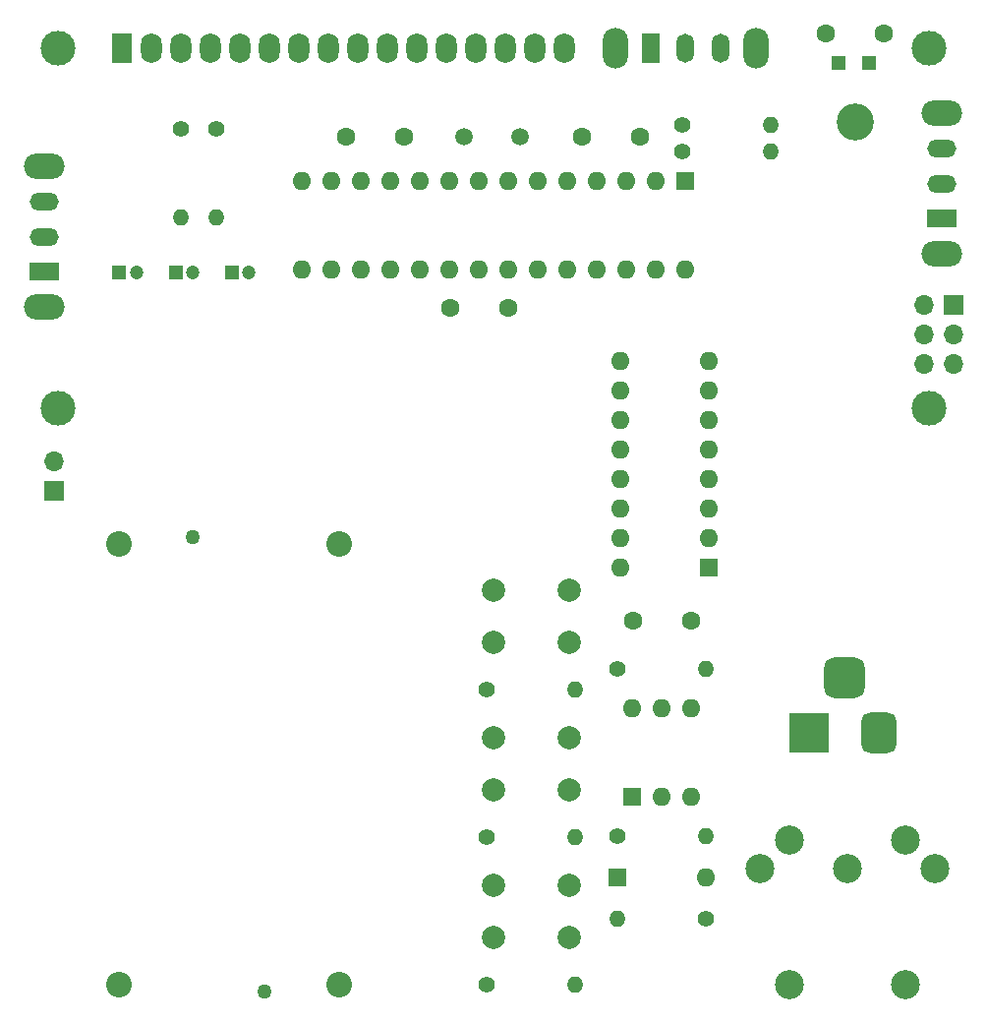
<source format=gbr>
%TF.GenerationSoftware,KiCad,Pcbnew,(6.0.7)*%
%TF.CreationDate,2022-08-13T20:07:02+02:00*%
%TF.ProjectId,SD_interrupter,53445f69-6e74-4657-9272-75707465722e,rev?*%
%TF.SameCoordinates,Original*%
%TF.FileFunction,Soldermask,Bot*%
%TF.FilePolarity,Negative*%
%FSLAX46Y46*%
G04 Gerber Fmt 4.6, Leading zero omitted, Abs format (unit mm)*
G04 Created by KiCad (PCBNEW (6.0.7)) date 2022-08-13 20:07:02*
%MOMM*%
%LPD*%
G01*
G04 APERTURE LIST*
G04 Aperture macros list*
%AMRoundRect*
0 Rectangle with rounded corners*
0 $1 Rounding radius*
0 $2 $3 $4 $5 $6 $7 $8 $9 X,Y pos of 4 corners*
0 Add a 4 corners polygon primitive as box body*
4,1,4,$2,$3,$4,$5,$6,$7,$8,$9,$2,$3,0*
0 Add four circle primitives for the rounded corners*
1,1,$1+$1,$2,$3*
1,1,$1+$1,$4,$5*
1,1,$1+$1,$6,$7*
1,1,$1+$1,$8,$9*
0 Add four rect primitives between the rounded corners*
20,1,$1+$1,$2,$3,$4,$5,0*
20,1,$1+$1,$4,$5,$6,$7,0*
20,1,$1+$1,$6,$7,$8,$9,0*
20,1,$1+$1,$8,$9,$2,$3,0*%
G04 Aperture macros list end*
%ADD10C,1.400000*%
%ADD11O,1.400000X1.400000*%
%ADD12C,1.270000*%
%ADD13C,2.205000*%
%ADD14R,1.600000X1.600000*%
%ADD15O,1.600000X1.600000*%
%ADD16C,2.500000*%
%ADD17C,2.000000*%
%ADD18C,3.200000*%
%ADD19C,1.600000*%
%ADD20R,1.208000X1.208000*%
%ADD21R,1.700000X1.700000*%
%ADD22O,1.700000X1.700000*%
%ADD23R,3.500000X3.500000*%
%ADD24RoundRect,0.750000X0.750000X1.000000X-0.750000X1.000000X-0.750000X-1.000000X0.750000X-1.000000X0*%
%ADD25RoundRect,0.875000X0.875000X0.875000X-0.875000X0.875000X-0.875000X-0.875000X0.875000X-0.875000X0*%
%ADD26O,2.200000X3.500000*%
%ADD27R,1.500000X2.500000*%
%ADD28O,1.500000X2.500000*%
%ADD29C,1.500000*%
%ADD30R,1.200000X1.200000*%
%ADD31C,1.200000*%
%ADD32O,3.500000X2.200000*%
%ADD33R,2.500000X1.500000*%
%ADD34O,2.500000X1.500000*%
%ADD35C,3.000000*%
%ADD36R,1.800000X2.600000*%
%ADD37O,1.800000X2.600000*%
G04 APERTURE END LIST*
D10*
%TO.C,R6*%
X81788000Y-102870000D03*
D11*
X74168000Y-102870000D03*
%TD*%
D12*
%TO.C,BT1*%
X37617000Y-70020000D03*
D13*
X31247000Y-108585000D03*
X31247000Y-70615000D03*
%TD*%
D14*
%TO.C,U2*%
X82032000Y-72644000D03*
D15*
X82032000Y-70104000D03*
X82032000Y-67564000D03*
X82032000Y-65024000D03*
X82032000Y-62484000D03*
X82032000Y-59944000D03*
X82032000Y-57404000D03*
X82032000Y-54864000D03*
X74412000Y-54864000D03*
X74412000Y-57404000D03*
X74412000Y-59944000D03*
X74412000Y-62484000D03*
X74412000Y-65024000D03*
X74412000Y-67564000D03*
X74412000Y-70104000D03*
X74412000Y-72644000D03*
%TD*%
D16*
%TO.C,J3*%
X101480000Y-98600000D03*
X93980000Y-98600000D03*
X86480000Y-98600000D03*
X98980000Y-96100000D03*
X88980000Y-96100000D03*
X88980000Y-108600000D03*
X98980000Y-108600000D03*
%TD*%
D17*
%TO.C,SW3*%
X63500000Y-74585000D03*
X70000000Y-74585000D03*
X70000000Y-79085000D03*
X63500000Y-79085000D03*
%TD*%
D10*
%TO.C,R3*%
X62940000Y-95885000D03*
D11*
X70560000Y-95885000D03*
%TD*%
D18*
%TO.C,U6*%
X94617625Y-34310000D03*
D19*
X92117625Y-26710000D03*
X97117625Y-26710000D03*
D20*
X95817625Y-29210000D03*
X93217625Y-29210000D03*
%TD*%
D21*
%TO.C,J5*%
X25654000Y-66040000D03*
D22*
X25654000Y-63500000D03*
%TD*%
D14*
%TO.C,D1*%
X74168000Y-99319200D03*
D15*
X81788000Y-99319200D03*
%TD*%
D12*
%TO.C,BT2*%
X43795000Y-109180000D03*
D13*
X50165000Y-70615000D03*
X50165000Y-108585000D03*
%TD*%
D10*
%TO.C,R10*%
X79756000Y-34544000D03*
D11*
X87376000Y-34544000D03*
%TD*%
D19*
%TO.C,C4*%
X71120000Y-35560000D03*
X76120000Y-35560000D03*
%TD*%
%TO.C,C10*%
X75478000Y-77216000D03*
X80478000Y-77216000D03*
%TD*%
D10*
%TO.C,R8*%
X79756000Y-36830000D03*
D11*
X87376000Y-36830000D03*
%TD*%
D23*
%TO.C,J4*%
X90678000Y-86868000D03*
D24*
X96678000Y-86868000D03*
D25*
X93678000Y-82168000D03*
%TD*%
D10*
%TO.C,R1*%
X62940000Y-83185000D03*
D11*
X70560000Y-83185000D03*
%TD*%
D21*
%TO.C,J2*%
X103124000Y-50038000D03*
D22*
X100584000Y-50038000D03*
X103124000Y-52578000D03*
X100584000Y-52578000D03*
X103124000Y-55118000D03*
X100584000Y-55118000D03*
%TD*%
D26*
%TO.C,SW1*%
X86060000Y-27940000D03*
X73960000Y-27940000D03*
D27*
X77010000Y-27940000D03*
D28*
X80010000Y-27940000D03*
X83010000Y-27940000D03*
%TD*%
D29*
%TO.C,Y1*%
X60920000Y-35560000D03*
X65800000Y-35560000D03*
%TD*%
D10*
%TO.C,R2*%
X62940000Y-108585000D03*
D11*
X70560000Y-108585000D03*
%TD*%
D14*
%TO.C,U4*%
X80000000Y-39380000D03*
D15*
X77460000Y-39380000D03*
X74920000Y-39380000D03*
X72380000Y-39380000D03*
X69840000Y-39380000D03*
X67300000Y-39380000D03*
X64760000Y-39380000D03*
X62220000Y-39380000D03*
X59680000Y-39380000D03*
X57140000Y-39380000D03*
X54600000Y-39380000D03*
X52060000Y-39380000D03*
X49520000Y-39380000D03*
X46980000Y-39380000D03*
X46980000Y-47000000D03*
X49520000Y-47000000D03*
X52060000Y-47000000D03*
X54600000Y-47000000D03*
X57140000Y-47000000D03*
X59680000Y-47000000D03*
X62220000Y-47000000D03*
X64760000Y-47000000D03*
X67300000Y-47000000D03*
X69840000Y-47000000D03*
X72380000Y-47000000D03*
X74920000Y-47000000D03*
X77460000Y-47000000D03*
X80000000Y-47000000D03*
%TD*%
D30*
%TO.C,C2*%
X36107401Y-47244000D03*
D31*
X37607401Y-47244000D03*
%TD*%
D19*
%TO.C,C7*%
X59730000Y-50292000D03*
X64730000Y-50292000D03*
%TD*%
D10*
%TO.C,R4*%
X39624000Y-34925000D03*
D11*
X39624000Y-42545000D03*
%TD*%
D10*
%TO.C,R7*%
X74168000Y-95768400D03*
D11*
X81788000Y-95768400D03*
%TD*%
D32*
%TO.C,SW6*%
X102108000Y-33574000D03*
X102108000Y-45674000D03*
D33*
X102108000Y-42624000D03*
D34*
X102108000Y-39624000D03*
X102108000Y-36624000D03*
%TD*%
D17*
%TO.C,SW4*%
X70000000Y-99985000D03*
X63500000Y-99985000D03*
X63500000Y-104485000D03*
X70000000Y-104485000D03*
%TD*%
%TO.C,SW5*%
X63500000Y-87285000D03*
X70000000Y-87285000D03*
X63500000Y-91785000D03*
X70000000Y-91785000D03*
%TD*%
D10*
%TO.C,R5*%
X36576000Y-34925000D03*
D11*
X36576000Y-42545000D03*
%TD*%
D35*
%TO.C,DS1*%
X100995480Y-58940700D03*
X25996900Y-27940000D03*
X25996900Y-58940700D03*
X100996000Y-27940000D03*
D36*
X31496000Y-27940000D03*
D37*
X34036000Y-27940000D03*
X36576000Y-27940000D03*
X39116000Y-27940000D03*
X41656000Y-27940000D03*
X44196000Y-27940000D03*
X46736000Y-27940000D03*
X49276000Y-27940000D03*
X51816000Y-27940000D03*
X54356000Y-27940000D03*
X56896000Y-27940000D03*
X59436000Y-27940000D03*
X61976000Y-27940000D03*
X64516000Y-27940000D03*
X67056000Y-27940000D03*
X69596000Y-27940000D03*
%TD*%
D10*
%TO.C,R9*%
X74168000Y-81366800D03*
D11*
X81788000Y-81366800D03*
%TD*%
D19*
%TO.C,C5*%
X55800000Y-35560000D03*
X50800000Y-35560000D03*
%TD*%
D32*
%TO.C,SW2*%
X24765000Y-38146000D03*
X24765000Y-50246000D03*
D33*
X24765000Y-47196000D03*
D34*
X24765000Y-44196000D03*
X24765000Y-41196000D03*
%TD*%
D30*
%TO.C,C3*%
X40933401Y-47244000D03*
D31*
X42433401Y-47244000D03*
%TD*%
D30*
%TO.C,C1*%
X31242000Y-47244000D03*
D31*
X32742000Y-47244000D03*
%TD*%
D14*
%TO.C,U5*%
X75453000Y-92367600D03*
D15*
X77993000Y-92367600D03*
X80533000Y-92367600D03*
X80533000Y-84747600D03*
X77993000Y-84747600D03*
X75453000Y-84747600D03*
%TD*%
M02*

</source>
